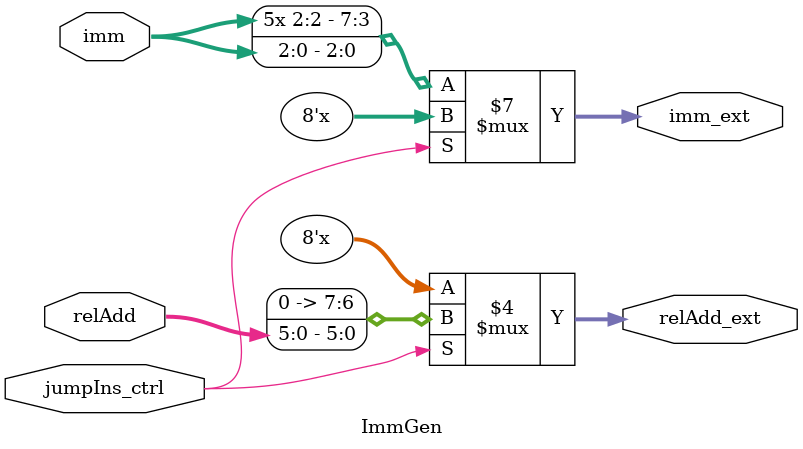
<source format=v>
`timescale 1ns / 1ps


module ImmGen(
    input [2:0] imm,
    input [5:0] relAdd,
    input jumpIns_ctrl,
    output reg [7:0] imm_ext,
    output reg [7:0] relAdd_ext
    );
    
    always@(jumpIns_ctrl)
    begin 
    if(jumpIns_ctrl==1)
        relAdd_ext = { {2{1'b0}}, relAdd};
    else
        imm_ext= { {5{imm[2]}}, imm};

    end
    
    endmodule
</source>
